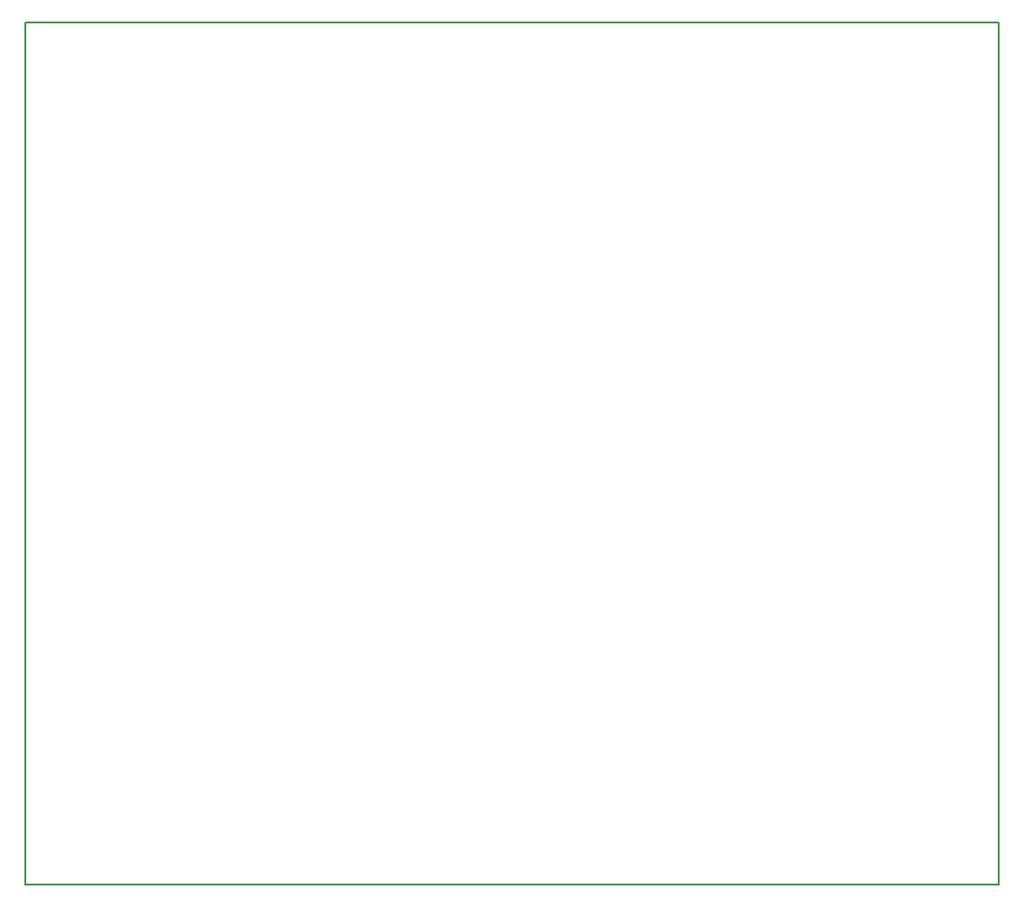
<source format=gbr>
G04 DipTrace 3.3.0.1*
G04 BoardOutline.gbr*
%MOIN*%
G04 #@! TF.FileFunction,Profile*
G04 #@! TF.Part,Single*
%ADD11C,0.005512*%
%FSLAX26Y26*%
G04*
G70*
G90*
G75*
G01*
G04 BoardOutline*
%LPD*%
X393701Y393701D2*
D11*
X3858268D1*
Y3464568D1*
X393701D1*
Y393701D1*
M02*

</source>
